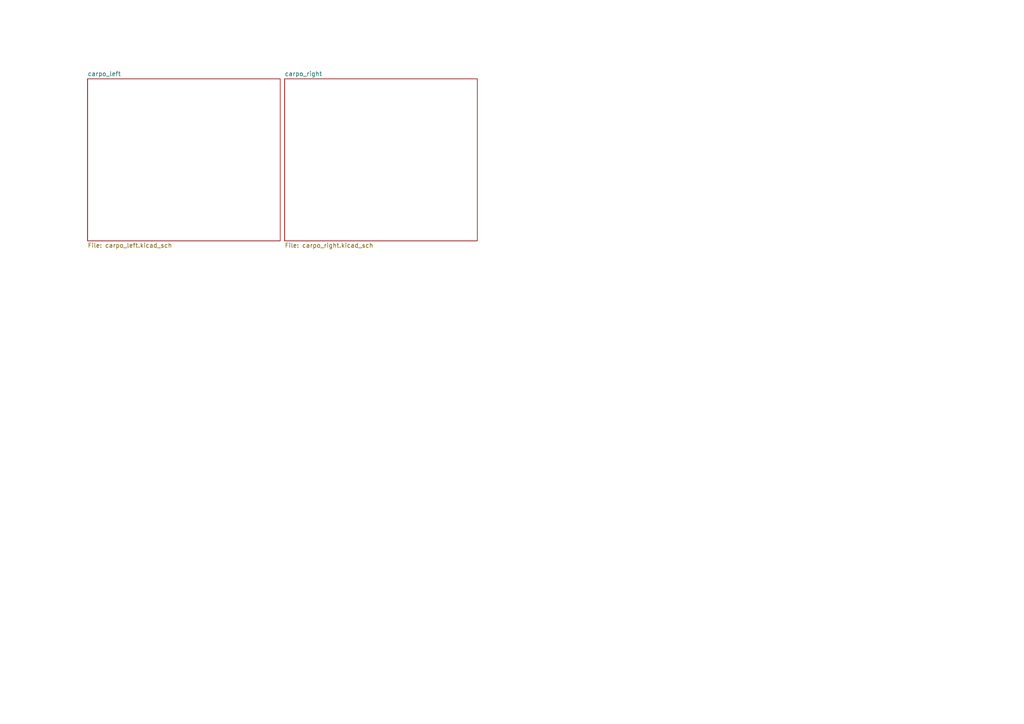
<source format=kicad_sch>
(kicad_sch (version 20230121) (generator eeschema)
  (paper "A4")
  (lib_symbols)
  (sheet (at 25.4 22.86) (size 55.88 46.99) (stroke (width 0.1524))
    (property "Sheetname" "carpo_left" (at 25.4 22.1484 0) (effects (justify left bottom)))
    (property "Sheetfile" "carpo_left.kicad_sch" (at 25.4 70.4346 0) (effects (justify left top)))
  )
  (sheet (at 82.55 22.86) (size 55.88 46.99) (stroke (width 0.1524))
    (property "Sheetname" "carpo_right" (at 82.55 22.1484 0) (effects (justify left bottom)))
    (property "Sheetfile" "carpo_right.kicad_sch" (at 82.55 70.4346 0) (effects (justify left top)))
  )
)
</source>
